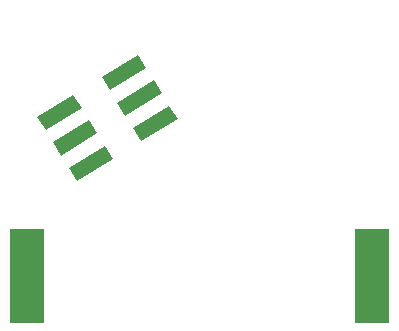
<source format=gbp>
G04 MADE WITH FRITZING*
G04 WWW.FRITZING.ORG*
G04 DOUBLE SIDED*
G04 HOLES PLATED*
G04 CONTOUR ON CENTER OF CONTOUR VECTOR*
%ASAXBY*%
%FSLAX23Y23*%
%MOIN*%
%OFA0B0*%
%SFA1.0B1.0*%
%ADD10R,0.118110X0.314961*%
%LNPASTEMASK0*%
G90*
G70*
G54D10*
X1552Y841D03*
X402Y841D03*
G36*
X903Y1364D02*
X782Y1290D01*
X755Y1333D01*
X876Y1408D01*
X903Y1364D01*
G37*
D02*
G36*
X850Y1449D02*
X729Y1375D01*
X702Y1418D01*
X823Y1493D01*
X850Y1449D01*
G37*
D02*
G36*
X797Y1534D02*
X677Y1460D01*
X650Y1503D01*
X770Y1578D01*
X797Y1534D01*
G37*
D02*
G36*
X688Y1232D02*
X568Y1157D01*
X541Y1200D01*
X661Y1275D01*
X688Y1232D01*
G37*
D02*
G36*
X636Y1317D02*
X515Y1242D01*
X488Y1286D01*
X609Y1360D01*
X636Y1317D01*
G37*
D02*
G36*
X583Y1402D02*
X463Y1327D01*
X436Y1371D01*
X556Y1445D01*
X583Y1402D01*
G37*
D02*
G04 End of PasteMask0*
M02*
</source>
